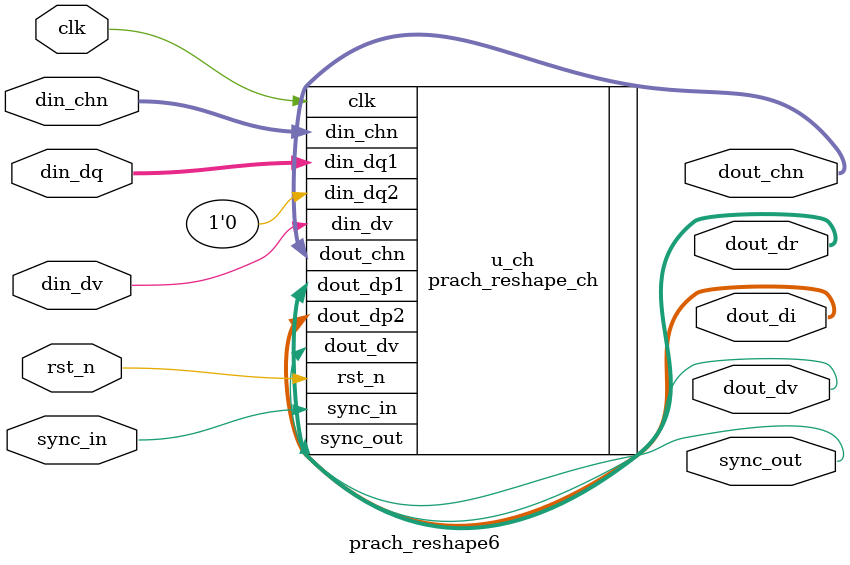
<source format=sv>
`timescale 1 ns / 1 ps
`default_nettype none

module prach_reshape6 (
    input var         clk,
    input var         rst_n,
    //
    input var  [15:0] din_dq,
    input var         din_dv,
    input var  [ 7:0] din_chn,
    input var         sync_in,
    //
    output var [15:0] dout_dr,
    output var [15:0] dout_di,
    output var        dout_dv,
    output var [ 7:0] dout_chn,
    output var        sync_out
);

  prach_reshape_ch #(
      .SIZE(16)
  ) u_ch (
      .clk     (clk),
      .rst_n   (rst_n),
      //
      .din_dq1 (din_dq),
      .din_dq2 ('0),
      .din_dv  (din_dv),
      .din_chn (din_chn),
      .sync_in (sync_in),
      //
      .dout_dp1(dout_dr),
      .dout_dp2(dout_di),
      .dout_dv (dout_dv),
      .dout_chn(dout_chn),
      .sync_out(sync_out)
  );

endmodule

`default_nettype wire

</source>
